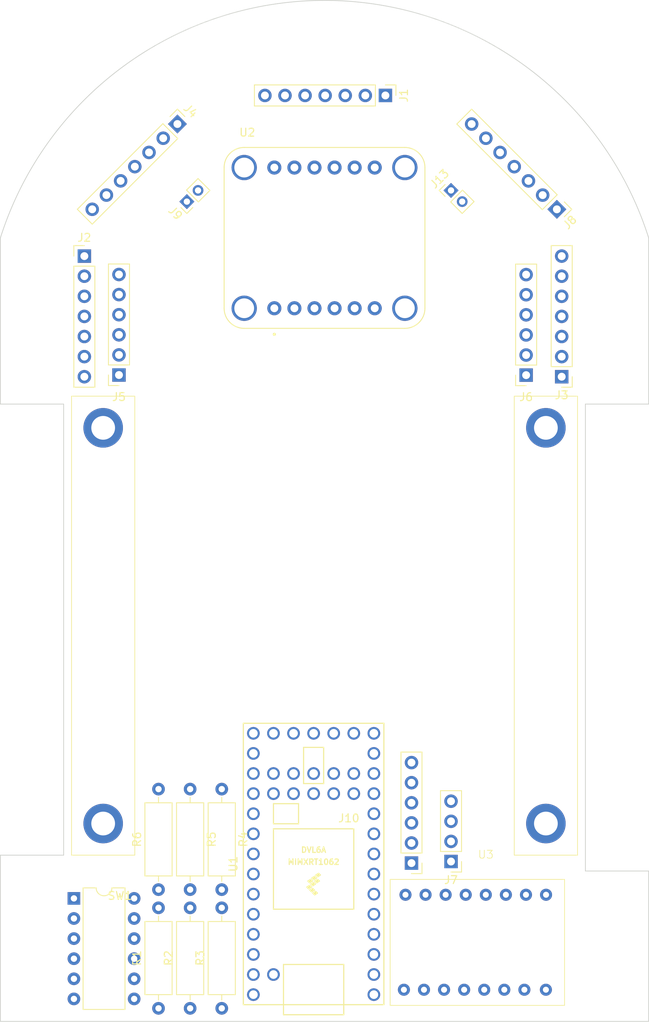
<source format=kicad_pcb>
(kicad_pcb (version 20221018) (generator pcbnew)
  (layers (0 "F.Cu" signal) (31 "B.Cu" signal) (34 "B.Paste" user) (35 "F.Paste" user) (36 "B.SilkS" user "B.Silkscreen") (37 "F.SilkS" user "F.Silkscreen") (38 "B.Mask" user) (39 "F.Mask" user) (44 "Edge.Cuts" user))
  (net 0 "")
  (net 1 "Net-(J9-Pin_1)")
  (net 2 "GND")
  (net 3 "Net-(J10-Pin_1)")
  (net 4 "+3.3V")
  (net 6 "+5V")
  (net 7 "SDA")
  (net 8 "SCL")
  (net 9 "TOF2")
  (net 12 "TOF3")
  (net 15 "TOF4")
  (net 18 "TOF5")
  (net 20 "Net-(J5-Pin_2)")
  (net 21 "Net-(J5-Pin_3)")
  (net 22 "Net-(J5-Pin_5)")
  (net 23 "Net-(J5-Pin_6)")
  (net 24 "Net-(J6-Pin_2)")
  (net 25 "Net-(J6-Pin_3)")
  (net 26 "Net-(J6-Pin_5)")
  (net 27 "Net-(J6-Pin_6)")
  (net 28 "Net-(J7-Pin_2)")
  (net 30 "TOF1")
  (net 32 "+5VD")
  (net 33 "Net-(J10-Pin_6)")
  (net 36 "SW4")
  (net 37 "SW3")
  (net 38 "SW2")
  (net 39 "SW1")
  (net 40 "+12V")
  (net 41 "Net-(U1-0_RX1_CRX2_CS1)")
  (net 42 "Net-(U1-1_TX1_CTX2_MISO1)")
  (net 43 "Net-(U1-11_MOSI_CTX1)")
  (net 44 "Net-(U1-12_MISO_MQSL)")
  (net 48 "Net-(U1-13_SCK_CRX1_LED)")
  (net 49 "Net-(U1-15_A1_RX3_SPDIF_IN)")
  (footprint "Resistor_THT:R_Axial_DIN0309_L9.0mm_D3.2mm_P12.70mm_Horizontal" (layer "F.Cu") (at 132 172.35 90)
    (fp_text reference "R3" (at 6.35 -2.72 90) (layer "F.SilkS"))
    (fp_text value "R_US")
    (fp_line (start 1.04 0) (end 1.73 0) (stroke (width 0.12)) (layer "F.SilkS"))
    (fp_line (start 1.73 -1.72) (end 1.73 1.72) (stroke (width 0.12)) (layer "F.SilkS"))
    (fp_line (start 1.73 1.72) (end 10.97 1.72) (stroke (width 0.12)) (layer "F.SilkS"))
    (fp_line (start 10.97 -1.72) (end 1.73 -1.72) (stroke (width 0.12)) (layer "F.SilkS"))
    (fp_line (start 10.97 1.72) (end 10.97 -1.72) (stroke (width 0.12)) (layer "F.SilkS"))
    (fp_line (start 11.66 0) (end 10.97 0) (stroke (width 0.12)) (layer "F.SilkS"))
    (pad "1" thru_hole circle locked (at 0 0 90) (size 1.6 1.6) (drill 0.8) (layers "*.Cu" "*.Mask") (net 38 "SW2"))
    (pad "2" thru_hole oval locked (at 12.7 0 90) (size 1.6 1.6) (drill 0.8) (layers "*.Cu" "*.Mask") (net 2 "GND"))
  )
  (footprint "Connector_PinHeader_2.54mm:PinHeader_1x07_P2.54mm_Vertical" (layer "F.Cu") (at 114.62 77.3)
    (fp_text reference "J2" (at 0 -2.33) (layer "F.SilkS"))
    (fp_text value locked "TOF3")
    (fp_line (start -1.33 -1.33) (end 0 -1.33) (stroke (width 0.12)) (layer "F.SilkS"))
    (fp_line (start -1.33 0) (end -1.33 -1.33) (stroke (width 0.12)) (layer "F.SilkS"))
    (fp_line (start -1.33 1.27) (end -1.33 16.57) (stroke (width 0.12)) (layer "F.SilkS"))
    (fp_line (start -1.33 1.27) (end 1.33 1.27) (stroke (width 0.12)) (layer "F.SilkS"))
    (fp_line (start -1.33 16.57) (end 1.33 16.57) (stroke (width 0.12)) (layer "F.SilkS"))
    (fp_line (start 1.33 1.27) (end 1.33 16.57) (stroke (width 0.12)) (layer "F.SilkS"))
    (pad "1" thru_hole rect locked (at 0 0) (size 1.7 1.7) (drill 1) (layers "*.Cu" "*.Mask"))
    (pad "2" thru_hole oval locked (at 0 2.54) (size 1.7 1.7) (drill 1) (layers "*.Cu" "*.Mask") (net 6 "+5V"))
    (pad "3" thru_hole oval locked (at 0 5.08) (size 1.7 1.7) (drill 1) (layers "*.Cu" "*.Mask") (net 2 "GND"))
    (pad "4" thru_hole oval locked (at 0 7.62) (size 1.7 1.7) (drill 1) (layers "*.Cu" "*.Mask") (net 7 "SDA"))
    (pad "5" thru_hole oval locked (at 0 10.16) (size 1.7 1.7) (drill 1) (layers "*.Cu" "*.Mask") (net 8 "SCL"))
    (pad "6" thru_hole oval locked (at 0 12.7) (size 1.7 1.7) (drill 1) (layers "*.Cu" "*.Mask") (net 12 "TOF3"))
    (pad "7" thru_hole oval locked (at 0 15.24) (size 1.7 1.7) (drill 1) (layers "*.Cu" "*.Mask"))
  )
  (footprint "Connector_PinHeader_2.54mm:PinHeader_1x06_P2.54mm_Vertical" (layer "F.Cu") (at 156 154 180)
    (fp_text reference "J10" (at 7.92 5.67) (layer "F.SilkS"))
    (fp_text value "5V->12V")
    (fp_line (start -1.33 -1.33) (end 0 -1.33) (stroke (width 0.12)) (layer "F.SilkS"))
    (fp_line (start -1.33 0) (end -1.33 -1.33) (stroke (width 0.12)) (layer "F.SilkS"))
    (fp_line (start -1.33 1.27) (end -1.33 14.03) (stroke (width 0.12)) (layer "F.SilkS"))
    (fp_line (start -1.33 1.27) (end 1.33 1.27) (stroke (width 0.12)) (layer "F.SilkS"))
    (fp_line (start -1.33 14.03) (end 1.33 14.03) (stroke (width 0.12)) (layer "F.SilkS"))
    (fp_line (start 1.33 1.27) (end 1.33 14.03) (stroke (width 0.12)) (layer "F.SilkS"))
    (pad "1" thru_hole rect locked (at 0 0 180) (size 1.7 1.7) (drill 1) (layers "*.Cu" "*.Mask") (net 3 "Net-(J10-Pin_1)"))
    (pad "2" thru_hole oval locked (at 0 2.54 180) (size 1.7 1.7) (drill 1) (layers "*.Cu" "*.Mask") (net 2 "GND"))
    (pad "3" thru_hole oval locked (at 0 5.08 180) (size 1.7 1.7) (drill 1) (layers "*.Cu" "*.Mask") (net 2 "GND"))
    (pad "4" thru_hole oval locked (at 0 7.62 180) (size 1.7 1.7) (drill 1) (layers "*.Cu" "*.Mask") (net 32 "+5VD"))
    (pad "5" thru_hole oval locked (at 0 10.16 180) (size 1.7 1.7) (drill 1) (layers "*.Cu" "*.Mask") (net 32 "+5VD"))
    (pad "6" thru_hole oval locked (at 0 12.7 180) (size 1.7 1.7) (drill 1) (layers "*.Cu" "*.Mask") (net 33 "Net-(J10-Pin_6)"))
  )
  (footprint "Connector_PinSocket_2.54mm:PinSocket_1x06_P2.54mm_Vertical" (layer "F.Cu") (at 119 92.325 180)
    (fp_text reference "J5" (at 0 -2.77) (layer "F.SilkS"))
    (fp_text value "Motor1")
    (fp_line (start -1.33 1.27) (end -1.33 14.03) (stroke (width 0.12)) (layer "F.SilkS"))
    (fp_line (start -1.33 1.27) (end 1.33 1.27) (stroke (width 0.12)) (layer "F.SilkS"))
    (fp_line (start -1.33 14.03) (end 1.33 14.03) (stroke (width 0.12)) (layer "F.SilkS"))
    (fp_line (start 0 -1.33) (end 1.33 -1.33) (stroke (width 0.12)) (layer "F.SilkS"))
    (fp_line (start 1.33 -1.33) (end 1.33 0) (stroke (width 0.12)) (layer "F.SilkS"))
    (fp_line (start 1.33 1.27) (end 1.33 14.03) (stroke (width 0.12)) (layer "F.SilkS"))
    (pad "1" thru_hole rect locked (at 0 0 180) (size 1.7 1.7) (drill 1) (layers "*.Cu" "*.Mask") (net 2 "GND"))
    (pad "2" thru_hole oval locked (at 0 2.54 180) (size 1.7 1.7) (drill 1) (layers "*.Cu" "*.Mask") (net 20 "Net-(J5-Pin_2)"))
    (pad "3" thru_hole oval locked (at 0 5.08 180) (size 1.7 1.7) (drill 1) (layers "*.Cu" "*.Mask") (net 21 "Net-(J5-Pin_3)"))
    (pad "4" thru_hole oval locked (at 0 7.62 180) (size 1.7 1.7) (drill 1) (layers "*.Cu" "*.Mask") (net 6 "+5V"))
    (pad "5" thru_hole oval locked (at 0 10.16 180) (size 1.7 1.7) (drill 1) (layers "*.Cu" "*.Mask") (net 22 "Net-(J5-Pin_5)"))
    (pad "6" thru_hole oval locked (at 0 12.7 180) (size 1.7 1.7) (drill 1) (layers "*.Cu" "*.Mask") (net 23 "Net-(J5-Pin_6)"))
  )
  (footprint "MicromouseLibaryNew:motorMount" (layer "F.Cu") (at 117 149 90)
    (fp_text reference "J12" (at 0 -0.5 90 unlocked) (layer "F.SilkS") (effects (font (thickness 0.1))))
    (fp_text value "MotorCageMount")
    (fp_rect (start -4 -4) (end 54 4) (stroke (width 0.1)) (fill none) (layer "F.SilkS"))
    (pad "1" thru_hole circle locked (at 0 0 90) (size 5 5) (drill 3) (layers "*.Cu" "*.Mask" "Dwgs.User"))
    (pad "1" thru_hole circle locked (at 50 0 90) (size 5 5) (drill 3) (layers "*.Cu" "*.Mask" "Dwgs.User"))
  )
  (footprint "Connector_PinHeader_2.54mm:PinHeader_1x07_P2.54mm_Vertical" (layer "F.Cu") (at 152.7 57 -90)
    (fp_text reference "J1" (at 0 -2.33 90) (layer "F.SilkS"))
    (fp_text value "TOF2")
    (fp_line (start -1.33 -1.33) (end 0 -1.33) (stroke (width 0.12)) (layer "F.SilkS"))
    (fp_line (start -1.33 0) (end -1.33 -1.33) (stroke (width 0.12)) (layer "F.SilkS"))
    (fp_line (start -1.33 1.27) (end -1.33 16.57) (stroke (width 0.12)) (layer "F.SilkS"))
    (fp_line (start -1.33 1.27) (end 1.33 1.27) (stroke (width 0.12)) (layer "F.SilkS"))
    (fp_line (start -1.33 16.57) (end 1.33 16.57) (stroke (width 0.12)) (layer "F.SilkS"))
    (fp_line (start 1.33 1.27) (end 1.33 16.57) (stroke (width 0.12)) (layer "F.SilkS"))
    (pad "1" thru_hole rect locked (at 0 0 270) (size 1.7 1.7) (drill 1) (layers "*.Cu" "*.Mask"))
    (pad "2" thru_hole oval locked (at 0 2.54 270) (size 1.7 1.7) (drill 1) (layers "*.Cu" "*.Mask") (net 6 "+5V"))
    (pad "3" thru_hole oval locked (at 0 5.08 270) (size 1.7 1.7) (drill 1) (layers "*.Cu" "*.Mask") (net 2 "GND"))
    (pad "4" thru_hole oval locked (at 0 7.62 270) (size 1.7 1.7) (drill 1) (layers "*.Cu" "*.Mask") (net 7 "SDA"))
    (pad "5" thru_hole oval locked (at 0 10.16 270) (size 1.7 1.7) (drill 1) (layers "*.Cu" "*.Mask") (net 8 "SCL"))
    (pad "6" thru_hole oval locked (at 0 12.7 270) (size 1.7 1.7) (drill 1) (layers "*.Cu" "*.Mask") (net 9 "TOF2"))
    (pad "7" thru_hole oval locked (at 0 15.24 270) (size 1.7 1.7) (drill 1) (layers "*.Cu" "*.Mask"))
  )
  (footprint "Connector_PinHeader_2.54mm:PinHeader_1x07_P2.54mm_Vertical" (layer "F.Cu") (at 174.388154 71.388154 -135)
    (fp_text reference "J8" (at 0 -2.33 45) (layer "F.SilkS"))
    (fp_text value "TOF1")
    (fp_line (start -1.33 -1.33) (end 0 -1.33) (stroke (width 0.12)) (layer "F.SilkS"))
    (fp_line (start -1.33 0) (end -1.33 -1.33) (stroke (width 0.12)) (layer "F.SilkS"))
    (fp_line (start -1.33 1.27) (end -1.33 16.57) (stroke (width 0.12)) (layer "F.SilkS"))
    (fp_line (start -1.33 1.27) (end 1.33 1.27) (stroke (width 0.12)) (layer "F.SilkS"))
    (fp_line (start -1.33 16.57) (end 1.33 16.57) (stroke (width 0.12)) (layer "F.SilkS"))
    (fp_line (start 1.33 1.27) (end 1.33 16.57) (stroke (width 0.12)) (layer "F.SilkS"))
    (pad "1" thru_hole rect locked (at 0 0 225) (size 1.7 1.7) (drill 1) (layers "*.Cu" "*.Mask"))
    (pad "2" thru_hole oval locked (at 0 2.54 225) (size 1.7 1.7) (drill 1) (layers "*.Cu" "*.Mask") (net 6 "+5V"))
    (pad "3" thru_hole oval locked (at 0 5.08 225) (size 1.7 1.7) (drill 1) (layers "*.Cu" "*.Mask") (net 2 "GND"))
    (pad "4" thru_hole oval locked (at 0 7.62 225) (size 1.7 1.7) (drill 1) (layers "*.Cu" "*.Mask") (net 7 "SDA"))
    (pad "5" thru_hole oval locked (at 0 10.16 225) (size 1.7 1.7) (drill 1) (layers "*.Cu" "*.Mask") (net 8 "SCL"))
    (pad "6" thru_hole oval locked (at 0 12.7 225) (size 1.7 1.7) (drill 1) (layers "*.Cu" "*.Mask") (net 30 "TOF1"))
    (pad "7" thru_hole oval locked (at 0 15.24 225) (size 1.7 1.7) (drill 1) (layers "*.Cu" "*.Mask"))
  )
  (footprint "MicromouseLibaryNew:MotorController" (layer "F.Cu") (at 155.24 158)
    (fp_text reference "U3" (at 10.16 -5.08 unlocked) (layer "F.SilkS") (effects (font (thickness 0.1))))
    (fp_text value "MotorController")
    (fp_rect (start -1.94 -1.94) (end 20.12 13.98) (stroke (width 0.1)) (fill none) (layer "F.SilkS"))
    (pad "1" thru_hole circle locked (at 12.5 12) (size 1.524 1.524) (drill 0.762) (layers "*.Cu" "*.Mask") (net 27 "Net-(J6-Pin_6)"))
    (pad "5" thru_hole circle locked (at 9.96 12) (size 1.524 1.524) (drill 0.762) (layers "*.Cu" "*.Mask") (net 26 "Net-(J6-Pin_5)"))
    (pad "7" thru_hole circle locked (at 7.42 12) (size 1.524 1.524) (drill 0.762) (layers "*.Cu" "*.Mask") (net 22 "Net-(J5-Pin_5)"))
    (pad "11" thru_hole circle locked (at 4.88 12) (size 1.524 1.524) (drill 0.762) (layers "*.Cu" "*.Mask") (net 23 "Net-(J5-Pin_6)"))
    (pad "15" thru_hole circle locked (at 2.54 0) (size 1.524 1.524) (drill 0.762) (layers "*.Cu" "*.Mask") (net 44 "Net-(U1-12_MISO_MQSL)"))
    (pad "16" thru_hole circle locked (at 5.08 0) (size 1.524 1.524) (drill 0.762) (layers "*.Cu" "*.Mask") (net 49 "Net-(U1-15_A1_RX3_SPDIF_IN)"))
    (pad "17" thru_hole circle locked (at 7.62 0) (size 1.524 1.524) (drill 0.762) (layers "*.Cu" "*.Mask") (net 48 "Net-(U1-13_SCK_CRX1_LED)"))
    (pad "18" thru_hole circle locked (at -0.2 12) (size 1.524 1.524) (drill 0.762) (layers "*.Cu" "*.Mask") (net 2 "GND"))
    (pad "18" thru_hole circle locked (at 0 0) (size 1.524 1.524) (drill 0.762) (layers "*.Cu" "*.Mask") (net 2 "GND"))
    (pad "18" thru_hole circle locked (at 17.76 12) (size 1.524 1.524) (drill 0.762) (layers "*.Cu" "*.Mask") (net 2 "GND"))
    (pad "19" thru_hole circle locked (at 10.16 0) (size 1.524 1.524) (drill 0.762) (layers "*.Cu" "*.Mask") (net 4 "+3.3V"))
    (pad "20" thru_hole circle locked (at 15.04 12) (size 1.524 1.524) (drill 0.762) (layers "*.Cu" "*.Mask") (net 6 "+5V"))
    (pad "21" thru_hole circle locked (at 12.7 0) (size 1.524 1.524) (drill 0.762) (layers "*.Cu" "*.Mask") (net 41 "Net-(U1-0_RX1_CRX2_CS1)"))
    (pad "22" thru_hole circle locked (at 15.24 0) (size 1.524 1.524) (drill 0.762) (layers "*.Cu" "*.Mask") (net 42 "Net-(U1-1_TX1_CTX2_MISO1)"))
    (pad "23" thru_hole circle locked (at 17.78 0) (size 1.524 1.524) (drill 0.762) (layers "*.Cu" "*.Mask") (net 43 "Net-(U1-11_MOSI_CTX1)"))
    (pad "24" thru_hole circle locked (at 2.34 12) (size 1.524 1.524) (drill 0.762) (layers "*.Cu" "*.Mask") (net 40 "+12V"))
  )
  (footprint "Connector_PinHeader_2.54mm:PinHeader_1x04_P2.54mm_Vertical" (layer "F.Cu") (at 161 153.8 180)
    (fp_text reference "J7" (at 0 -2.33) (layer "F.SilkS"))
    (fp_text value "NeoPixel")
    (fp_line (start -1.33 -1.33) (end 0 -1.33) (stroke (width 0.12)) (layer "F.SilkS"))
    (fp_line (start -1.33 0) (end -1.33 -1.33) (stroke (width 0.12)) (layer "F.SilkS"))
    (fp_line (start -1.33 1.27) (end -1.33 8.95) (stroke (width 0.12)) (layer "F.SilkS"))
    (fp_line (start -1.33 1.27) (end 1.33 1.27) (stroke (width 0.12)) (layer "F.SilkS"))
    (fp_line (start -1.33 8.95) (end 1.33 8.95) (stroke (width 0.12)) (layer "F.SilkS"))
    (fp_line (start 1.33 1.27) (end 1.33 8.95) (stroke (width 0.12)) (layer "F.SilkS"))
    (pad "1" thru_hole rect locked (at 0 0 180) (size 1.7 1.7) (drill 1) (layers "*.Cu" "*.Mask") (net 2 "GND"))
    (pad "2" thru_hole oval locked (at 0 2.54 180) (size 1.7 1.7) (drill 1) (layers "*.Cu" "*.Mask") (net 28 "Net-(J7-Pin_2)"))
    (pad "3" thru_hole oval locked (at 0 5.08 180) (size 1.7 1.7) (drill 1) (layers "*.Cu" "*.Mask") (net 6 "+5V"))
    (pad "4" thru_hole oval locked (at 0 7.62 180) (size 1.7 1.7) (drill 1) (layers "*.Cu" "*.Mask") (net 2 "GND"))
  )
  (footprint "Resistor_THT:R_Axial_DIN0309_L9.0mm_D3.2mm_P12.70mm_Horizontal" (layer "F.Cu") (at 124 157.35 90)
    (fp_text reference "R6" (at 6.35 -2.72 90) (layer "F.SilkS"))
    (fp_text value "R_US")
    (fp_line (start 1.04 0) (end 1.73 0) (stroke (width 0.12)) (layer "F.SilkS"))
    (fp_line (start 1.73 -1.72) (end 1.73 1.72) (stroke (width 0.12)) (layer "F.SilkS"))
    (fp_line (start 1.73 1.72) (end 10.97 1.72) (stroke (width 0.12)) (layer "F.SilkS"))
    (fp_line (start 10.97 -1.72) (end 1.73 -1.72) (stroke (width 0.12)) (layer "F.SilkS"))
    (fp_line (start 10.97 1.72) (end 10.97 -1.72) (stroke (width 0.12)) (layer "F.SilkS"))
    (fp_line (start 11.66 0) (end 10.97 0) (stroke (width 0.12)) (layer "F.SilkS"))
    (pad "1" thru_hole circle locked (at 0 0 90) (size 1.6 1.6) (drill 0.8) (layers "*.Cu" "*.Mask") (net 8 "SCL"))
    (pad "2" thru_hole oval locked (at 12.7 0 90) (size 1.6 1.6) (drill 0.8) (layers "*.Cu" "*.Mask") (net 4 "+3.3V"))
  )
  (footprint "Resistor_THT:R_Axial_DIN0309_L9.0mm_D3.2mm_P12.70mm_Horizontal" (layer "F.Cu") (at 124 172.35 90)
    (fp_text reference "R1" (at 6.35 -2.72 90) (layer "F.SilkS"))
    (fp_text value "R_US")
    (fp_line (start 1.04 0) (end 1.73 0) (stroke (width 0.12)) (layer "F.SilkS"))
    (fp_line (start 1.73 -1.72) (end 1.73 1.72) (stroke (width 0.12)) (layer "F.SilkS"))
    (fp_line (start 1.73 1.72) (end 10.97 1.72) (stroke (width 0.12)) (layer "F.SilkS"))
    (fp_line (start 10.97 -1.72) (end 1.73 -1.72) (stroke (width 0.12)) (layer "F.SilkS"))
    (fp_line (start 10.97 1.72) (end 10.97 -1.72) (stroke (width 0.12)) (layer "F.SilkS"))
    (fp_line (start 11.66 0) (end 10.97 0) (stroke (width 0.12)) (layer "F.SilkS"))
    (pad "1" thru_hole circle locked (at 0 0 90) (size 1.6 1.6) (drill 0.8) (layers "*.Cu" "*.Mask") (net 36 "SW4"))
    (pad "2" thru_hole oval locked (at 12.7 0 90) (size 1.6 1.6) (drill 0.8) (layers "*.Cu" "*.Mask") (net 2 "GND"))
  )
  (footprint "Resistor_THT:R_Axial_DIN0309_L9.0mm_D3.2mm_P12.70mm_Horizontal" (layer "F.Cu") (at 128 144.65 -90)
    (fp_text reference "R5" (at 6.35 -2.72 90) (layer "F.SilkS"))
    (fp_text value "R_US")
    (fp_line (start 1.04 0) (end 1.73 0) (stroke (width 0.12)) (layer "F.SilkS"))
    (fp_line (start 1.73 -1.72) (end 1.73 1.72) (stroke (width 0.12)) (layer "F.SilkS"))
    (fp_line (start 1.73 1.72) (end 10.97 1.72) (stroke (width 0.12)) (layer "F.SilkS"))
    (fp_line (start 10.97 -1.72) (end 1.73 -1.72) (stroke (width 0.12)) (layer "F.SilkS"))
    (fp_line (start 10.97 1.72) (end 10.97 -1.72) (stroke (width 0.12)) (layer "F.SilkS"))
    (fp_line (start 11.66 0) (end 10.97 0) (stroke (width 0.12)) (layer "F.SilkS"))
    (pad "1" thru_hole circle locked (at 0 0 270) (size 1.6 1.6) (drill 0.8) (layers "*.Cu" "*.Mask") (net 7 "SDA"))
    (pad "2" thru_hole oval locked (at 12.7 0 270) (size 1.6 1.6) (drill 0.8) (layers "*.Cu" "*.Mask") (net 4 "+3.3V"))
  )
  (footprint "Resistor_THT:R_Axial_DIN0309_L9.0mm_D3.2mm_P12.70mm_Horizontal" (layer "F.Cu") (at 132 144.65 -90)
    (fp_text reference "R4" (at 6.35 -2.72 90) (layer "F.SilkS"))
    (fp_text value "R_US")
    (fp_line (start 1.04 0) (end 1.73 0) (stroke (width 0.12)) (layer "F.SilkS"))
    (fp_line (start 1.73 -1.72) (end 1.73 1.72) (stroke (width 0.12)) (layer "F.SilkS"))
    (fp_line (start 1.73 1.72) (end 10.97 1.72) (stroke (width 0.12)) (layer "F.SilkS"))
    (fp_line (start 10.97 -1.72) (end 1.73 -1.72) (stroke (width 0.12)) (layer "F.SilkS"))
    (fp_line (start 10.97 1.72) (end 10.97 -1.72) (stroke (width 0.12)) (layer "F.SilkS"))
    (fp_line (start 11.66 0) (end 10.97 0) (stroke (width 0.12)) (layer "F.SilkS"))
    (pad "1" thru_hole circle locked (at 0 0 270) (size 1.6 1.6) (drill 0.8) (layers "*.Cu" "*.Mask") (net 39 "SW1"))
    (pad "2" thru_hole oval locked (at 12.7 0 270) (size 1.6 1.6) (drill 0.8) (layers "*.Cu" "*.Mask") (net 2 "GND"))
  )
  (footprint "MicromouseLibaryNew:motorMount" (layer "F.Cu") (at 173 149 90)
    (fp_text reference "J11" (at 0 -0.5 90 unlocked) (layer "F.SilkS") (effects (font (thickness 0.1))))
    (fp_text value "MotorCageMount")
    (fp_rect (start -4 -4) (end 54 4) (stroke (width 0.1)) (fill none) (layer "F.SilkS"))
    (pad "1" thru_hole circle locked (at 0 0 90) (size 5 5) (drill 3) (layers "*.Cu" "*.Mask" "Dwgs.User"))
    (pad "1" thru_hole circle locked (at 50 0 90) (size 5 5) (drill 3) (layers "*.Cu" "*.Mask" "Dwgs.User"))
  )
  (footprint "Connector_PinHeader_2.54mm:PinHeader_1x07_P2.54mm_Vertical" (layer "F.Cu") (at 126.39169 60.608311 -45)
    (fp_text reference "J4" (at 0 -2.33 135) (layer "F.SilkS"))
    (fp_text value "TOF5")
    (fp_line (start -1.33 -1.33) (end 0 -1.33) (stroke (width 0.12)) (layer "F.SilkS"))
    (fp_line (start -1.33 0) (end -1.33 -1.33) (stroke (width 0.12)) (layer "F.SilkS"))
    (fp_line (start -1.33 1.27) (end -1.33 16.57) (stroke (width 0.12)) (layer "F.SilkS"))
    (fp_line (start -1.33 1.27) (end 1.33 1.27) (stroke (width 0.12)) (layer "F.SilkS"))
    (fp_line (start -1.33 16.57) (end 1.33 16.57) (stroke (width 0.12)) (layer "F.SilkS"))
    (fp_line (start 1.33 1.27) (end 1.33 16.57) (stroke (width 0.12)) (layer "F.SilkS"))
    (pad "1" thru_hole rect locked (at 0 0 315) (size 1.7 1.7) (drill 1) (layers "*.Cu" "*.Mask"))
    (pad "2" thru_hole oval locked (at 0 2.54 315) (size 1.7 1.7) (drill 1) (layers "*.Cu" "*.Mask") (net 6 "+5V"))
    (pad "3" thru_hole oval locked (at 0 5.08 315) (size 1.7 1.7) (drill 1) (layers "*.Cu" "*.Mask") (net 2 "GND"))
    (pad "4" thru_hole oval locked (at 0 7.62 315) (size 1.7 1.7) (drill 1) (layers "*.Cu" "*.Mask") (net 7 "SDA"))
    (pad "5" thru_hole oval locked (at 0 10.16 315) (size 1.7 1.7) (drill 1) (layers "*.Cu" "*.Mask") (net 8 "SCL"))
    (pad "6" thru_hole oval locked (at 0 12.7 315) (size 1.7 1.7) (drill 1) (layers "*.Cu" "*.Mask") (net 18 "TOF5"))
    (pad "7" thru_hole oval locked (at 0 15.24 315) (size 1.7 1.7) (drill 1) (layers "*.Cu" "*.Mask"))
  )
  (footprint "Package_DIP:DIP-12_W7.62mm" (layer "F.Cu") (at 113.3 158.46)
    (fp_text reference "SW1" (at 5.81 -0.33) (layer "F.SilkS"))
    (fp_text value "SW_DIP_x06")
    (fp_line (start 1.16 -1.33) (end 1.16 14.03) (stroke (width 0.12)) (layer "F.SilkS"))
    (fp_line (start 1.16 14.03) (end 6.46 14.03) (stroke (width 0.12)) (layer "F.SilkS"))
    (fp_line (start 2.81 -1.33) (end 1.16 -1.33) (stroke (width 0.12)) (layer "F.SilkS"))
    (fp_line (start 6.46 -1.33) (end 4.81 -1.33) (stroke (width 0.12)) (layer "F.SilkS"))
    (fp_line (start 6.46 14.03) (end 6.46 -1.33) (stroke (width 0.12)) (layer "F.SilkS"))
    (fp_arc (start 4.81 -1.33) (mid 3.81 -0.33) (end 2.81 -1.33) (stroke (width 0.12)) (layer "F.SilkS"))
    (pad "1" thru_hole rect locked (at 0 0) (size 1.6 1.6) (drill 0.8) (layers "*.Cu" "*.Mask") (net 1 "Net-(J9-Pin_1)"))
    (pad "2" thru_hole oval locked (at 0 2.54) (size 1.6 1.6) (drill 0.8) (layers "*.Cu" "*.Mask") (net 3 "Net-(J10-Pin_1)"))
    (pad "3" thru_hole oval locked (at 0 5.08) (size 1.6 1.6) (drill 0.8) (layers "*.Cu" "*.Mask") (net 39 "SW1"))
    (pad "4" thru_hole oval locked (at 0 7.62) (size 1.6 1.6) (drill 0.8) (layers "*.Cu" "*.Mask") (net 38 "SW2"))
    (pad "5" thru_hole oval locked (at 0 10.16) (size 1.6 1.6) (drill 0.8) (layers "*.Cu" "*.Mask") (net 37 "SW3"))
    (pad "6" thru_hole oval locked (at 0 12.7) (size 1.6 1.6) (drill 0.8) (layers "*.Cu" "*.Mask") (net 36 "SW4"))
    (pad "7" thru_hole oval locked (at 7.62 12.7) (size 1.6 1.6) (drill 0.8) (layers "*.Cu" "*.Mask") (net 6 "+5V"))
    (pad "8" thru_hole oval locked (at 7.62 10.16) (size 1.6 1.6) (drill 0.8) (layers "*.Cu" "*.Mask") (net 6 "+5V"))
    (pad "9" thru_hole oval locked (at 7.62 7.62) (size 1.6 1.6) (drill 0.8) (layers "*.Cu" "*.Mask") (net 6 "+5V"))
    (pad "10" thru_hole oval locked (at 7.62 5.08) (size 1.6 1.6) (drill 0.8) (layers "*.Cu" "*.Mask") (net 6 "+5V"))
    (pad "11" thru_hole oval locked (at 7.62 2.54) (size 1.6 1.6) (drill 0.8) (layers "*.Cu" "*.Mask") (net 40 "+12V"))
    (pad "12" thru_hole oval locked (at 7.62 0) (size 1.6 1.6) (drill 0.8) (layers "*.Cu" "*.Mask") (net 6 "+5V"))
  )
  (footprint "Connector_PinHeader_2.54mm:PinHeader_1x07_P2.54mm_Vertical" (layer "F.Cu") (at 175 92.54 180)
    (fp_text reference "J3" (at 0 -2.33) (layer "F.SilkS"))
    (fp_text value "TOF4")
    (fp_line (start -1.33 -1.33) (end 0 -1.33) (stroke (width 0.12)) (layer "F.SilkS"))
    (fp_line (start -1.33 0) (end -1.33 -1.33) (stroke (width 0.12)) (layer "F.SilkS"))
    (fp_line (start -1.33 1.27) (end -1.33 16.57) (stroke (width 0.12)) (layer "F.SilkS"))
    (fp_line (start -1.33 1.27) (end 1.33 1.27) (stroke (width 0.12)) (layer "F.SilkS"))
    (fp_line (start -1.33 16.57) (end 1.33 16.57) (stroke (width 0.12)) (layer "F.SilkS"))
    (fp_line (start 1.33 1.27) (end 1.33 16.57) (stroke (width 0.12)) (layer "F.SilkS"))
    (pad "1" thru_hole rect locked (at 0 0 180) (size 1.7 1.7) (drill 1) (layers "*.Cu" "*.Mask"))
    (pad "2" thru_hole oval locked (at 0 2.54 180) (size 1.7 1.7) (drill 1) (layers "*.Cu" "*.Mask") (net 6 "+5V"))
    (pad "3" thru_hole oval locked (at 0 5.08 180) (size 1.7 1.7) (drill 1) (layers "*.Cu" "*.Mask") (net 2 "GND"))
    (pad "4" thru_hole oval locked (at 0 7.62 180) (size 1.7 1.7) (drill 1) (layers "*.Cu" "*.Mask") (net 7 "SDA"))
    (pad "5" thru_hole oval locked (at 0 10.16 180) (size 1.7 1.7) (drill 1) (layers "*.Cu" "*.Mask") (net 8 "SCL"))
    (pad "6" thru_hole oval locked (at 0 12.7 180) (size 1.7 1.7) (drill 1) (layers "*.Cu" "*.Mask") (net 15 "TOF4"))
    (pad "7" thru_hole oval locked (at 0 15.24 180) (size 1.7 1.7) (drill 1) (layers "*.Cu" "*.Mask"))
  )
  (footprint "Connector_PinSocket_2.54mm:PinSocket_1x06_P2.54mm_Vertical" (layer "F.Cu") (at 170.5 92.34 180)
    (fp_text reference "J6" (at 0 -2.77) (layer "F.SilkS"))
    (fp_text value "Motor2")
    (fp_line (start -1.33 1.27) (end -1.33 14.03) (stroke (width 0.12)) (layer "F.SilkS"))
    (fp_line (start -1.33 1.27) (end 1.33 1.27) (stroke (width 0.12)) (layer "F.SilkS"))
    (fp_line (start -1.33 14.03) (end 1.33 14.03) (stroke (width 0.12)) (layer "F.SilkS"))
    (fp_line (start 0 -1.33) (end 1.33 -1.33) (stroke (width 0.12)) (layer "F.SilkS"))
    (fp_line (start 1.33 -1.33) (end 1.33 0) (stroke (width 0.12)) (layer "F.SilkS"))
    (fp_line (start 1.33 1.27) (end 1.33 14.03) (stroke (width 0.12)) (layer "F.SilkS"))
    (pad "1" thru_hole rect locked (at 0 0 180) (size 1.7 1.7) (drill 1) (layers "*.Cu" "*.Mask") (net 2 "GND"))
    (pad "2" thru_hole oval locked (at 0 2.54 180) (size 1.7 1.7) (drill 1) (layers "*.Cu" "*.Mask") (net 24 "Net-(J6-Pin_2)"))
    (pad "3" thru_hole oval locked (at 0 5.08 180) (size 1.7 1.7) (drill 1) (layers "*.Cu" "*.Mask") (net 25 "Net-(J6-Pin_3)"))
    (pad "4" thru_hole oval locked (at 0 7.62 180) (size 1.7 1.7) (drill 1) (layers "*.Cu" "*.Mask") (net 6 "+5V"))
    (pad "5" thru_hole oval locked (at 0 10.16 180) (size 1.7 1.7) (drill 1) (layers "*.Cu" "*.Mask") (net 26 "Net-(J6-Pin_5)"))
    (pad "6" thru_hole oval locked (at 0 12.7 180) (size 1.7 1.7) (drill 1) (layers "*.Cu" "*.Mask") (net 27 "Net-(J6-Pin_6)"))
  )
  (footprint "MicromouseLibaryNew:MODULE_4754" (layer "F.Cu") (at 145 75)
    (fp_text reference "U2" (at -9.775 -13.315) (layer "F.SilkS"))
    (fp_text value "IMU")
    (fp_line (start -12.7 -8.89) (end -12.7 8.89) (stroke (width 0.127)) (layer "F.SilkS"))
    (fp_line (start -10.16 11.43) (end 10.16 11.43) (stroke (width 0.127)) (layer "F.SilkS"))
    (fp_line (start 10.16 -11.43) (end -10.16 -11.43) (stroke (width 0.127)) (layer "F.SilkS"))
    (fp_line (start 12.7 8.89) (end 12.7 -8.89) (stroke (width 0.127)) (layer "F.SilkS"))
    (fp_arc (start -12.7 -8.89) (mid -11.956051 -10.686051) (end -10.16 -11.43) (stroke (width 0.127)) (layer "F.SilkS"))
    (fp_arc (start -10.16 11.43) (mid -11.956051 10.686051) (end -12.7 8.89) (stroke (width 0.127)) (layer "F.SilkS"))
    (fp_arc (start 10.16 -11.43) (mid 11.956051 -10.686051) (end 12.7 -8.89) (stroke (width 0.127)) (layer "F.SilkS"))
    (fp_arc (start 12.7 8.89) (mid 11.956051 10.686051) (end 10.16 11.43) (stroke (width 0.127)) (layer "F.SilkS"))
    (fp_circle (center -6.35 12.18) (end -6.25 12.18) (stroke (width 0.2)) (fill none) (layer "F.SilkS"))
    (pad "2" thru_hole circle locked (at -1.27 8.89) (size 1.778 1.778) (drill 1) (layers "*.Cu" "*.Mask") (net 2 "GND"))
    (pad "3" thru_hole circle locked (at -6.35 8.89) (size 1.778 1.778) (drill 1) (layers "*.Cu" "*.Mask") (net 6 "+5V"))
    (pad "19" thru_hole circle locked (at 3.81 8.89) (size 1.778 1.778) (drill 1) (layers "*.Cu" "*.Mask") (net 8 "SCL"))
    (pad "20" thru_hole circle locked (at 1.27 8.89) (size 1.778 1.778) (drill 1) (layers "*.Cu" "*.Mask") (net 7 "SDA"))
    (pad "JP1_2" thru_hole circle locked (at -3.81 8.89) (size 1.778 1.778) (drill 1) (layers "*.Cu" "*.Mask"))
    (pad "JP1_6" thru_hole circle locked (at 6.35 8.89) (size 1.778 1.778) (drill 1) (layers "*.Cu" "*.Mask"))
    (pad "JP2_1" thru_hole circle locked (at -6.35 -8.89) (size 1.778 1.778) (drill 1) (layers "*.Cu" "*.Mask"))
    (pad "JP2_2" thru_hole circle locked (at -3.81 -8.89) (size 1.778 1.778) (drill 1) (layers "*.Cu" "*.Mask"))
    (pad "JP2_3" thru_hole circle locked (at -1.27 -8.89) (size 1.778 1.778) (drill 1) (layers "*.Cu" "*.Mask"))
    (pad "JP2_4" thru_hole circle locked (at 1.27 -8.89) (size 1.778 1.778) (drill 1) (layers "*.Cu" "*.Mask"))
    (pad "JP2_5" thru_hole circle locked (at 3.81 -8.89) (size 1.778 1.778) (drill 1) (layers "*.Cu" "*.Mask"))
    (pad "JP2_6" thru_hole circle locked (at 6.35 -8.89) (size 1.778 1.778) (drill 1) (layers "*.Cu" "*.Mask"))
    (pad "P1" thru_hole circle locked (at -10.16 -8.89) (size 3.2 3.2) (drill 2.5) (layers "*.Cu" "*.Mask"))
    (pad "P2" thru_hole circle locked (at 10.16 -8.89) (size 3.2 3.2) (drill 2.5) (layers "*.Cu" "*.Mask"))
    (pad "P3" thru_hole circle locked (at -10.16 8.89) (size 3.2 3.2) (drill 2.5) (layers "*.Cu" "*.Mask"))
    (pad "P4" thru_hole circle locked (at 10.16 8.89) (size 3.2 3.2) (drill 2.5) (layers "*.Cu" "*.Mask"))
  )
  (footprint "Resistor_THT:R_Axial_DIN0309_L9.0mm_D3.2mm_P12.70mm_Horizontal" (layer "F.Cu") (at 128 172.35 90)
    (fp_text reference "R2" (at 6.35 -2.72 90) (layer "F.SilkS"))
    (fp_text value "R_US")
    (fp_line (start 1.04 0) (end 1.73 0) (stroke (width 0.12)) (layer "F.SilkS"))
    (fp_line (start 1.73 -1.72) (end 1.73 1.72) (stroke (width 0.12)) (layer "F.SilkS"))
    (fp_line (start 1.73 1.72) (end 10.97 1.72) (stroke (width 0.12)) (layer "F.SilkS"))
    (fp_line (start 10.97 -1.72) (end 1.73 -1.72) (stroke (width 0.12)) (layer "F.SilkS"))
    (fp_line (start 10.97 1.72) (end 10.97 -1.72) (stroke (width 0.12)) (layer "F.SilkS"))
    (fp_line (start 11.66 0) (end 10.97 0) (stroke (width 0.12)) (layer "F.SilkS"))
    (pad "1" thru_hole circle locked (at 0 0 90) (size 1.6 1.6) (drill 0.8) (layers "*.Cu" "*.Mask") (net 37 "SW3"))
    (pad "2" thru_hole oval locked (at 12.7 0 90) (size 1.6 1.6) (drill 0.8) (layers "*.Cu" "*.Mask") (net 2 "GND"))
  )
  (footprint "Connector_PinHeader_2.00mm:PinHeader_1x02_P2.00mm_Vertical" (layer "F.Cu") (at 161 69 45)
    (fp_text reference "J13" (at 0 -2.06 45) (layer "F.SilkS"))
    (fp_text value "Battery")
    (fp_line (start -1.06 -1.06) (end 0 -1.06) (stroke (width 0.12)) (layer "F.SilkS"))
    (fp_line (start -1.06 0) (end -1.06 -1.06) (stroke (width 0.12)) (layer "F.SilkS"))
    (fp_line (start -1.06 1) (end -1.06 3.06) (stroke (width 0.12)) (layer "F.SilkS"))
    (fp_line (start -1.06 1) (end 1.06 1) (stroke (width 0.12)) (layer "F.SilkS"))
    (fp_line (start -1.06 3.06) (end 1.06 3.06) (stroke (width 0.12)) (layer "F.SilkS"))
    (fp_line (start 1.06 1) (end 1.06 3.06) (stroke (width 0.12)) (layer "F.SilkS"))
    (pad "1" thru_hole rect locked (at 0 0 45) (size 1.35 1.35) (drill 0.8) (layers "*.Cu" "*.Mask") (net 32 "+5VD"))
    (pad "2" thru_hole oval locked (at 0 2 45) (size 1.35 1.35) (drill 0.8) (layers "*.Cu" "*.Mask") (net 2 "GND"))
  )
  (footprint "Connector_PinHeader_2.00mm:PinHeader_1x02_P2.00mm_Vertical" (layer "F.Cu") (at 127.585786 70.414214 135)
    (fp_text reference "J9" (at 0 -2.06 135) (layer "F.SilkS"))
    (fp_text value "Battery")
    (fp_line (start -1.06 -1.06) (end 0 -1.06) (stroke (width 0.12)) (layer "F.SilkS"))
    (fp_line (start -1.06 0) (end -1.06 -1.06) (stroke (width 0.12)) (layer "F.SilkS"))
    (fp_line (start -1.06 1) (end -1.06 3.06) (stroke (width 0.12)) (layer "F.SilkS"))
    (fp_line (start -1.06 1) (end 1.06 1) (stroke (width 0.12)) (layer "F.SilkS"))
    (fp_line (start -1.06 3.06) (end 1.06 3.06) (stroke (width 0.12)) (layer "F.SilkS"))
    (fp_line (start 1.06 1) (end 1.06 3.06) (stroke (width 0.12)) (layer "F.SilkS"))
    (pad "1" thru_hole rect locked (at 0 0 135) (size 1.35 1.35) (drill 0.8) (layers "*.Cu" "*.Mask") (net 1 "Net-(J9-Pin_1)"))
    (pad "2" thru_hole oval locked (at 0 2 135) (size 1.35 1.35) (drill 0.8) (layers "*.Cu" "*.Mask") (net 2 "GND"))
  )
  (footprint "MicromouseLibaryNew:Teensy40" (layer "F.Cu") (at 143.62 154.11 90)
    (fp_text reference "U1" (at 0 -10.16 90) (layer "F.SilkS"))
    (fp_text value "Teensy4.0")
    (fp_text user "DVL6A" (at 1.778 0) (layer "F.SilkS") (effects (font (size 0.7 0.7))))
    (fp_text user "MIMXRT1062" (at 0.254 0) (layer "F.SilkS") (effects (font (size 0.7 0.7))))
    (fp_line (start -19.05 -3.81) (end -17.78 -3.81) (stroke (width 0.15)) (layer "F.SilkS"))
    (fp_line (start -19.05 3.81) (end -19.05 -3.81) (stroke (width 0.15)) (layer "F.SilkS"))
    (fp_line (start -17.78 -8.89) (end 17.78 -8.89) (stroke (width 0.15)) (layer "F.SilkS"))
    (fp_line (start -17.78 3.81) (end -19.05 3.81) (stroke (width 0.15)) (layer "F.SilkS"))
    (fp_line (start -17.78 8.89) (end -17.78 -8.89) (stroke (width 0.15)) (layer "F.SilkS"))
    (fp_line (start -12.7 -3.81) (end -17.78 -3.81) (stroke (width 0.15)) (layer "F.SilkS"))
    (fp_line (start -12.7 3.81) (end -17.78 3.81) (stroke (width 0.15)) (layer "F.SilkS"))
    (fp_line (start -12.7 3.81) (end -12.7 -3.81) (stroke (width 0.15)) (layer "F.SilkS"))
    (fp_line (start -5.715 -5.08) (end -5.715 5.08) (stroke (width 0.15)) (layer "F.SilkS"))
    (fp_line (start 4.445 -5.08) (end -5.715 -5.08) (stroke (width 0.15)) (layer "F.SilkS"))
    (fp_line (start 4.445 5.08) (end -5.715 5.08) (stroke (width 0.15)) (layer "F.SilkS"))
    (fp_line (start 4.445 5.08) (end 4.445 -5.08) (stroke (width 0.15)) (layer "F.SilkS"))
    (fp_line (start 5.08 -5.08) (end 7.62 -5.08) (stroke (width 0.15)) (layer "F.SilkS"))
    (fp_line (start 5.08 -1.905) (end 5.08 -5.08) (stroke (width 0.15)) (layer "F.SilkS"))
    (fp_line (start 7.62 -5.08) (end 7.62 -1.905) (stroke (width 0.15)) (layer "F.SilkS"))
    (fp_line (start 7.62 -1.905) (end 5.08 -1.905) (stroke (width 0.15)) (layer "F.SilkS"))
    (fp_line (start 10.16 -1.27) (end 14.732 -1.27) (stroke (width 0.15)) (layer "F.SilkS"))
    (fp_line (start 10.16 1.27) (end 10.16 -1.27) (stroke (width 0.15)) (layer "F.SilkS"))
    (fp_line (start 14.732 -1.27) (end 14.732 1.27) (stroke (width 0.15)) (layer "F.SilkS"))
    (fp_line (start 14.732 1.27) (end 10.16 1.27) (stroke (width 0.15)) (layer "F.SilkS"))
    (fp_line (start 17.78 -8.89) (end 17.78 8.89) (stroke (width 0.15)) (layer "F.SilkS"))
    (fp_line (start 17.78 8.89) (end -17.78 8.89) (stroke (width 0.15)) (layer "F.SilkS"))
    (fp_poly (pts (xy -3.937 0.127) (xy -3.683 -0.127) (xy -3.429 0.254) (xy -3.683 0.508)) (stroke (width 0.1)) (fill solid) (layer "F.SilkS"))
    (fp_poly (pts (xy -3.556 -0.254) (xy -3.302 -0.508) (xy -3.048 -0.127) (xy -3.302 0.127)) (stroke (width 0.1)) (fill solid) (layer "F.SilkS"))
    (fp_poly (pts (xy -3.175 -0.635) (xy -2.921 -0.889) (xy -2.667 -0.508) (xy -2.921 -0.254)) (stroke (width 0.1)) (fill solid) (layer "F.SilkS"))
    (fp_poly (pts (xy -2.794 -0.127) (xy -2.54 -0.381) (xy -2.286 0) (xy -2.54 0.254)) (stroke (width 0.1)) (fill solid) (layer "F.SilkS"))
    (fp_poly (pts (xy -2.413 -0.508) (xy -2.159 -0.762) (xy -1.905 -0.381) (xy -2.159 -0.127)) (stroke (width 0.1)) (fill solid) (layer "F.SilkS"))
    (fp_poly (pts (xy -2.413 0.381) (xy -2.159 0.127) (xy -1.905 0.508) (xy -2.159 0.762)) (stroke (width 0.1)) (fill solid) (layer "F.SilkS"))
    (fp_poly (pts (xy -2.032 0) (xy -1.778 -0.254) (xy -1.524 0.127) (xy -1.778 0.381)) (stroke (width 0.1)) (fill solid) (layer "F.SilkS"))
    (fp_poly (pts (xy -1.651 0.508) (xy -1.397 0.254) (xy -1.143 0.635) (xy -1.397 0.889)) (stroke (width 0.1)) (fill solid) (layer "F.SilkS"))
    (pad "1" thru_hole circle locked (at -16.51 7.62 90) (size 1.6 1.6) (drill 1.1) (layers "*.Cu" "*.Mask") (net 2 "GND"))
    (pad "2" thru_hole circle locked (at -13.97 7.62 90) (size 1.6 1.6) (drill 1.1) (layers "*.Cu" "*.Mask") (net 41 "Net-(U1-0_RX1_CRX2_CS1)"))
    (pad "3" thru_hole circle locked (at -11.43 7.62 90) (size 1.6 1.6) (drill 1.1) (layers "*.Cu" "*.Mask") (net 42 "Net-(U1-1_TX1_CTX2_MISO1)"))
    (pad "4" thru_hole circle locked (at -8.89 7.62 90) (size 1.6 1.6) (drill 1.1) (layers "*.Cu" "*.Mask") (net 33 "Net-(J10-Pin_6)"))
    (pad "5" thru_hole circle locked (at -6.35 7.62 90) (size 1.6 1.6) (drill 1.1) (layers "*.Cu" "*.Mask") (net 30 "TOF1"))
    (pad "6" thru_hole circle locked (at -3.81 7.62 90) (size 1.6 1.6) (drill 1.1) (layers "*.Cu" "*.Mask") (net 9 "TOF2"))
    (pad "7" thru_hole circle locked (at -1.27 7.62 90) (size 1.6 1.6) (drill 1.1) (layers "*.Cu" "*.Mask") (net 12 "TOF3"))
    (pad "8" thru_hole circle locked (at 1.27 7.62 90) (size 1.6 1.6) (drill 1.1) (layers "*.Cu" "*.Mask") (net 15 "TOF4"))
    (pad "9" thru_hole circle locked (at 3.81 7.62 90) (size 1.6 1.6) (drill 1.1) (layers "*.Cu" "*.Mask") (net 20 "Net-(J5-Pin_2)"))
    (pad "10" thru_hole circle locked (at 6.35 7.62 90) (size 1.6 1.6) (drill 1.1) (layers "*.Cu" "*.Mask") (net 21 "Net-(J5-Pin_3)"))
    (pad "11" thru_hole circle locked (at 8.89 7.62 90) (size 1.6 1.6) (drill 1.1) (layers "*.Cu" "*.Mask") (net 24 "Net-(J6-Pin_2)"))
    (pad "12" thru_hole circle locked (at 11.43 7.62 90) (size 1.6 1.6) (drill 1.1) (layers "*.Cu" "*.Mask") (net 25 "Net-(J6-Pin_3)"))
    (pad "13" thru_hole circle locked (at 13.97 7.62 90) (size 1.6 1.6) (drill 1.1) (layers "*.Cu" "*.Mask") (net 43 "Net-(U1-11_MOSI_CTX1)"))
    (pad "14" thru_hole circle locked (at 16.51 7.62 90) (size 1.6 1.6) (drill 1.1) (layers "*.Cu" "*.Mask") (net 44 "Net-(U1-12_MISO_MQSL)"))
    (pad "15" thru_hole circle locked (at 16.51 5.08 90) (size 1.6 1.6) (drill 1.1) (layers "*.Cu" "*.Mask"))
    (pad "16" thru_hole circle locked (at 16.51 2.54 90) (size 1.6 1.6) (drill 1.1) (layers "*.Cu" "*.Mask") (net 4 "+3.3V"))
    (pad "17" thru_hole circle locked (at 16.51 0 90) (size 1.6 1.6) (drill 1.1) (layers "*.Cu" "*.Mask") (net 2 "GND"))
    (pad "18" thru_hole circle locked (at 16.51 -2.54 90) (size 1.6 1.6) (drill 1.1) (layers "*.Cu" "*.Mask"))
    (pad "19" thru_hole circle locked (at 16.51 -5.08 90) (size 1.6 1.6) (drill 1.1) (layers "*.Cu" "*.Mask"))
    (pad "20" thru_hole circle locked (at 16.51 -7.62 90) (size 1.6 1.6) (drill 1.1) (layers "*.Cu" "*.Mask") (net 48 "Net-(U1-13_SCK_CRX1_LED)"))
    (pad "21" thru_hole circle locked (at 13.97 -7.62 90) (size 1.6 1.6) (drill 1.1) (layers "*.Cu" "*.Mask") (net 18 "TOF5"))
    (pad "22" thru_hole circle locked (at 11.43 -7.62 90) (size 1.6 1.6) (drill 1.1) (layers "*.Cu" "*.Mask") (net 49 "Net-(U1-15_A1_RX3_SPDIF_IN)"))
    (pad "23" thru_hole circle locked (at 8.89 -7.62 90) (size 1.6 1.6) (drill 1.1) (layers "*.Cu" "*.Mask") (net 8 "SCL"))
    (pad "24" thru_hole circle locked (at 6.35 -7.62 90) (size 1.6 1.6) (drill 1.1) (layers "*.Cu" "*.Mask") (net 7 "SDA"))
    (pad "25" thru_hole circle locked (at 3.81 -7.62 90) (size 1.6 1.6) (drill 1.1) (layers "*.Cu" "*.Mask") (net 39 "SW1"))
    (pad "26" thru_hole circle locked (at 1.27 -7.62 90) (size 1.6 1.6) (drill 1.1) (layers "*.Cu" "*.Mask") (net 38 "SW2"))
    (pad "27" thru_hole circle locked (at -1.27 -7.62 90) (size 1.6 1.6) (drill 1.1) (layers "*.Cu" "*.Mask") (net 37 "SW3"))
    (pad "28" thru_hole circle locked (at -3.81 -7.62 90) (size 1.6 1.6) (drill 1.1) (layers "*.Cu" "*.Mask") (net 36 "SW4"))
    (pad "29" thru_hole circle locked (at -6.35 -7.62 90) (size 1.6 1.6) (drill 1.1) (layers "*.Cu" "*.Mask") (net 28 "Net-(J7-Pin_2)"))
    (pad "30" thru_hole circle locked (at -8.89 -7.62 90) (size 1.6 1.6) (drill 1.1) (layers "*.Cu" "*.Mask"))
    (pad "31" thru_hole circle locked (at -11.43 -7.62 90) (size 1.6 1.6) (drill 1.1) (layers "*.Cu" "*.Mask") (net 4 "+3.3V"))
    (pad "32" thru_hole circle locked (at -13.97 -7.62 90) (size 1.6 1.6) (drill 1.1) (layers "*.Cu" "*.Mask") (net 2 "GND"))
    (pad "33" thru_hole circle locked (at -16.51 -7.62 90) (size 1.6 1.6) (drill 1.1) (layers "*.Cu" "*.Mask") (net 6 "+5V"))
    (pad "34" thru_hole circle locked (at -13.97 -5.08 90) (size 1.6 1.6) (drill 1.1) (layers "*.Cu" "*.Mask"))
    (pad "35" thru_hole circle locked (at 11.43 -5.08 90) (size 1.6 1.6) (drill 1.1) (layers "*.Cu" "*.Mask"))
    (pad "36" thru_hole circle locked (at 8.89 -5.08 90) (size 1.6 1.6) (drill 1.1) (layers "*.Cu" "*.Mask"))
    (pad "37" thru_hole circle locked (at 11.43 -2.54 90) (size 1.6 1.6) (drill 1.1) (layers "*.Cu" "*.Mask"))
    (pad "38" thru_hole circle locked (at 8.89 -2.54 90) (size 1.6 1.6) (drill 1.1) (layers "*.Cu" "*.Mask"))
    (pad "39" thru_hole circle locked (at 11.43 0 90) (size 1.6 1.6) (drill 1.1) (layers "*.Cu" "*.Mask"))
    (pad "40" thru_hole circle locked (at 8.89 0 90) (size 1.6 1.6) (drill 1.1) (layers "*.Cu" "*.Mask"))
    (pad "41" thru_hole circle locked (at 11.43 2.54 90) (size 1.6 1.6) (drill 1.1) (layers "*.Cu" "*.Mask"))
    (pad "42" thru_hole circle locked (at 8.89 2.54 90) (size 1.6 1.6) (drill 1.1) (layers "*.Cu" "*.Mask"))
    (pad "43" thru_hole circle locked (at 11.43 5.08 90) (size 1.6 1.6) (drill 1.1) (layers "*.Cu" "*.Mask"))
    (pad "44" thru_hole circle locked (at 8.89 5.08 90) (size 1.6 1.6) (drill 1.1) (layers "*.Cu" "*.Mask"))
  )
  (gr_line locked (start 178 96) (end 186 96) (stroke (width 0.1)) (layer "Edge.Cuts"))
  (gr_line locked (start 112 153) (end 112 96) (stroke (width 0.1)) (layer "Edge.Cuts"))
  (gr_line locked (start 104 153) (end 112 153) (stroke (width 0.1)) (layer "Edge.Cuts"))
  (gr_line locked (start 186 155) (end 178 155) (stroke (width 0.1)) (layer "Edge.Cuts"))
  (gr_arc locked (start 104 75) (mid 145 44.988374) (end 186 75) (stroke (width 0.1)) (layer "Edge.Cuts"))
  (gr_line locked (start 104 174) (end 104 153) (stroke (width 0.1)) (layer "Edge.Cuts"))
  (gr_line locked (start 112 96) (end 104 96) (stroke (width 0.1)) (layer "Edge.Cuts"))
  (gr_line locked (start 186 96) (end 186 75) (stroke (width 0.1)) (layer "Edge.Cuts"))
  (gr_line locked (start 104 96) (end 104 75) (stroke (width 0.1)) (layer "Edge.Cuts"))
  (gr_line locked (start 178 155) (end 178 96) (stroke (width 0.1)) (layer "Edge.Cuts"))
  (gr_line locked (start 186 174) (end 104 174) (stroke (width 0.1)) (layer "Edge.Cuts"))
  (gr_line locked (start 186 173) (end 186 155) (stroke (width 0.1)) (layer "Edge.Cuts"))
  (gr_line locked (start 186 173) (end 186 174) (stroke (width 0.1)) (layer "Edge.Cuts"))
)
</source>
